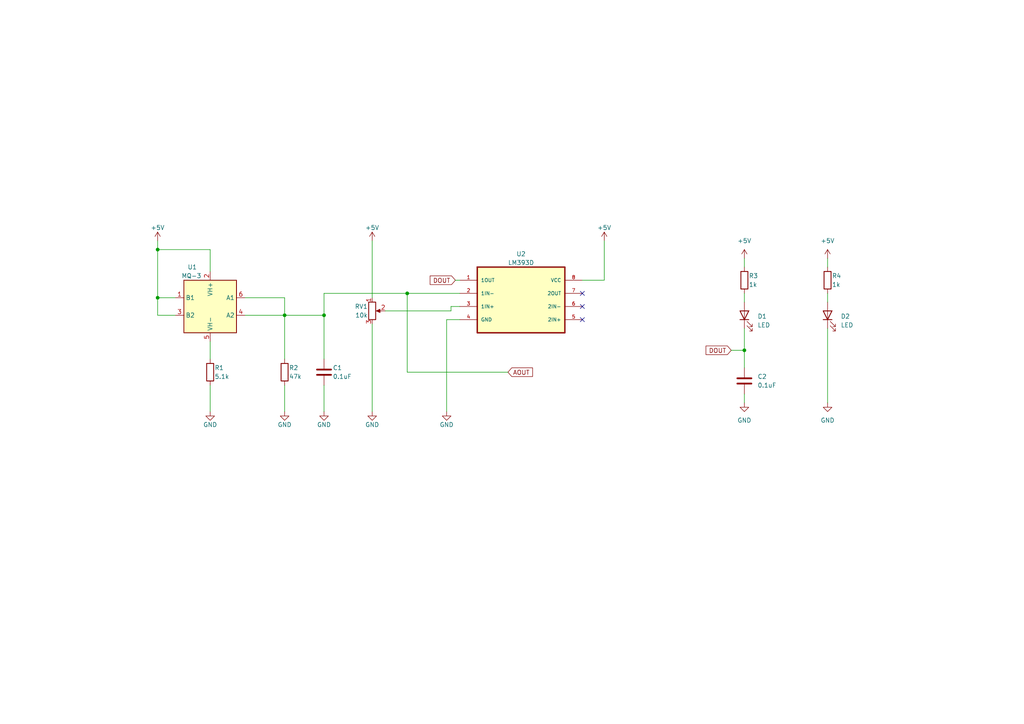
<source format=kicad_sch>
(kicad_sch (version 20230121) (generator eeschema)

  (uuid 30377e9d-c245-49cf-8f76-f609f8e20746)

  (paper "A4")

  (lib_symbols
    (symbol "Device:C" (pin_numbers hide) (pin_names (offset 0.254)) (in_bom yes) (on_board yes)
      (property "Reference" "C" (at 0.635 2.54 0)
        (effects (font (size 1.27 1.27)) (justify left))
      )
      (property "Value" "C" (at 0.635 -2.54 0)
        (effects (font (size 1.27 1.27)) (justify left))
      )
      (property "Footprint" "" (at 0.9652 -3.81 0)
        (effects (font (size 1.27 1.27)) hide)
      )
      (property "Datasheet" "~" (at 0 0 0)
        (effects (font (size 1.27 1.27)) hide)
      )
      (property "ki_keywords" "cap capacitor" (at 0 0 0)
        (effects (font (size 1.27 1.27)) hide)
      )
      (property "ki_description" "Unpolarized capacitor" (at 0 0 0)
        (effects (font (size 1.27 1.27)) hide)
      )
      (property "ki_fp_filters" "C_*" (at 0 0 0)
        (effects (font (size 1.27 1.27)) hide)
      )
      (symbol "C_0_1"
        (polyline
          (pts
            (xy -2.032 -0.762)
            (xy 2.032 -0.762)
          )
          (stroke (width 0.508) (type default))
          (fill (type none))
        )
        (polyline
          (pts
            (xy -2.032 0.762)
            (xy 2.032 0.762)
          )
          (stroke (width 0.508) (type default))
          (fill (type none))
        )
      )
      (symbol "C_1_1"
        (pin passive line (at 0 3.81 270) (length 2.794)
          (name "~" (effects (font (size 1.27 1.27))))
          (number "1" (effects (font (size 1.27 1.27))))
        )
        (pin passive line (at 0 -3.81 90) (length 2.794)
          (name "~" (effects (font (size 1.27 1.27))))
          (number "2" (effects (font (size 1.27 1.27))))
        )
      )
    )
    (symbol "Device:LED" (pin_numbers hide) (pin_names (offset 1.016) hide) (in_bom yes) (on_board yes)
      (property "Reference" "D" (at 0 2.54 0)
        (effects (font (size 1.27 1.27)))
      )
      (property "Value" "LED" (at 0 -2.54 0)
        (effects (font (size 1.27 1.27)))
      )
      (property "Footprint" "" (at 0 0 0)
        (effects (font (size 1.27 1.27)) hide)
      )
      (property "Datasheet" "~" (at 0 0 0)
        (effects (font (size 1.27 1.27)) hide)
      )
      (property "ki_keywords" "LED diode" (at 0 0 0)
        (effects (font (size 1.27 1.27)) hide)
      )
      (property "ki_description" "Light emitting diode" (at 0 0 0)
        (effects (font (size 1.27 1.27)) hide)
      )
      (property "ki_fp_filters" "LED* LED_SMD:* LED_THT:*" (at 0 0 0)
        (effects (font (size 1.27 1.27)) hide)
      )
      (symbol "LED_0_1"
        (polyline
          (pts
            (xy -1.27 -1.27)
            (xy -1.27 1.27)
          )
          (stroke (width 0.254) (type default))
          (fill (type none))
        )
        (polyline
          (pts
            (xy -1.27 0)
            (xy 1.27 0)
          )
          (stroke (width 0) (type default))
          (fill (type none))
        )
        (polyline
          (pts
            (xy 1.27 -1.27)
            (xy 1.27 1.27)
            (xy -1.27 0)
            (xy 1.27 -1.27)
          )
          (stroke (width 0.254) (type default))
          (fill (type none))
        )
        (polyline
          (pts
            (xy -3.048 -0.762)
            (xy -4.572 -2.286)
            (xy -3.81 -2.286)
            (xy -4.572 -2.286)
            (xy -4.572 -1.524)
          )
          (stroke (width 0) (type default))
          (fill (type none))
        )
        (polyline
          (pts
            (xy -1.778 -0.762)
            (xy -3.302 -2.286)
            (xy -2.54 -2.286)
            (xy -3.302 -2.286)
            (xy -3.302 -1.524)
          )
          (stroke (width 0) (type default))
          (fill (type none))
        )
      )
      (symbol "LED_1_1"
        (pin passive line (at -3.81 0 0) (length 2.54)
          (name "K" (effects (font (size 1.27 1.27))))
          (number "1" (effects (font (size 1.27 1.27))))
        )
        (pin passive line (at 3.81 0 180) (length 2.54)
          (name "A" (effects (font (size 1.27 1.27))))
          (number "2" (effects (font (size 1.27 1.27))))
        )
      )
    )
    (symbol "Device:R" (pin_numbers hide) (pin_names (offset 0)) (in_bom yes) (on_board yes)
      (property "Reference" "R" (at 2.032 0 90)
        (effects (font (size 1.27 1.27)))
      )
      (property "Value" "R" (at 0 0 90)
        (effects (font (size 1.27 1.27)))
      )
      (property "Footprint" "" (at -1.778 0 90)
        (effects (font (size 1.27 1.27)) hide)
      )
      (property "Datasheet" "~" (at 0 0 0)
        (effects (font (size 1.27 1.27)) hide)
      )
      (property "ki_keywords" "R res resistor" (at 0 0 0)
        (effects (font (size 1.27 1.27)) hide)
      )
      (property "ki_description" "Resistor" (at 0 0 0)
        (effects (font (size 1.27 1.27)) hide)
      )
      (property "ki_fp_filters" "R_*" (at 0 0 0)
        (effects (font (size 1.27 1.27)) hide)
      )
      (symbol "R_0_1"
        (rectangle (start -1.016 -2.54) (end 1.016 2.54)
          (stroke (width 0.254) (type default))
          (fill (type none))
        )
      )
      (symbol "R_1_1"
        (pin passive line (at 0 3.81 270) (length 1.27)
          (name "~" (effects (font (size 1.27 1.27))))
          (number "1" (effects (font (size 1.27 1.27))))
        )
        (pin passive line (at 0 -3.81 90) (length 1.27)
          (name "~" (effects (font (size 1.27 1.27))))
          (number "2" (effects (font (size 1.27 1.27))))
        )
      )
    )
    (symbol "Device:R_Potentiometer" (pin_names (offset 1.016) hide) (in_bom yes) (on_board yes)
      (property "Reference" "RV" (at -4.445 0 90)
        (effects (font (size 1.27 1.27)))
      )
      (property "Value" "R_Potentiometer" (at -2.54 0 90)
        (effects (font (size 1.27 1.27)))
      )
      (property "Footprint" "" (at 0 0 0)
        (effects (font (size 1.27 1.27)) hide)
      )
      (property "Datasheet" "~" (at 0 0 0)
        (effects (font (size 1.27 1.27)) hide)
      )
      (property "ki_keywords" "resistor variable" (at 0 0 0)
        (effects (font (size 1.27 1.27)) hide)
      )
      (property "ki_description" "Potentiometer" (at 0 0 0)
        (effects (font (size 1.27 1.27)) hide)
      )
      (property "ki_fp_filters" "Potentiometer*" (at 0 0 0)
        (effects (font (size 1.27 1.27)) hide)
      )
      (symbol "R_Potentiometer_0_1"
        (polyline
          (pts
            (xy 2.54 0)
            (xy 1.524 0)
          )
          (stroke (width 0) (type default))
          (fill (type none))
        )
        (polyline
          (pts
            (xy 1.143 0)
            (xy 2.286 0.508)
            (xy 2.286 -0.508)
            (xy 1.143 0)
          )
          (stroke (width 0) (type default))
          (fill (type outline))
        )
        (rectangle (start 1.016 2.54) (end -1.016 -2.54)
          (stroke (width 0.254) (type default))
          (fill (type none))
        )
      )
      (symbol "R_Potentiometer_1_1"
        (pin passive line (at 0 3.81 270) (length 1.27)
          (name "1" (effects (font (size 1.27 1.27))))
          (number "1" (effects (font (size 1.27 1.27))))
        )
        (pin passive line (at 3.81 0 180) (length 1.27)
          (name "2" (effects (font (size 1.27 1.27))))
          (number "2" (effects (font (size 1.27 1.27))))
        )
        (pin passive line (at 0 -3.81 90) (length 1.27)
          (name "3" (effects (font (size 1.27 1.27))))
          (number "3" (effects (font (size 1.27 1.27))))
        )
      )
    )
    (symbol "LM393D:LM393D" (pin_names (offset 1.016)) (in_bom yes) (on_board yes)
      (property "Reference" "U1" (at 0 16.51 0)
        (effects (font (size 1.27 1.27)))
      )
      (property "Value" "LM393D" (at 0 13.97 0)
        (effects (font (size 1.27 1.27)))
      )
      (property "Footprint" "SOIC127P599X175-8N" (at 0 0 0) (do_not_autoplace)
        (effects (font (size 1.27 1.27)) (justify bottom) hide)
      )
      (property "Datasheet" "" (at 0 0 0)
        (effects (font (size 1.27 1.27)) hide)
      )
      (symbol "LM393D_0_0"
        (rectangle (start -12.7 12.7) (end 12.7 -6.35)
          (stroke (width 0.41) (type default))
          (fill (type background))
        )
        (pin output line (at -17.78 8.89 0) (length 5.08)
          (name "1OUT" (effects (font (size 1.016 1.016))))
          (number "1" (effects (font (size 1.016 1.016))))
        )
        (pin input line (at -17.78 5.08 0) (length 5.08)
          (name "1IN-" (effects (font (size 1.016 1.016))))
          (number "2" (effects (font (size 1.016 1.016))))
        )
        (pin input line (at -17.78 1.27 0) (length 5.08)
          (name "1IN+" (effects (font (size 1.016 1.016))))
          (number "3" (effects (font (size 1.016 1.016))))
        )
        (pin power_in line (at -17.78 -2.54 0) (length 5.08)
          (name "GND" (effects (font (size 1.016 1.016))))
          (number "4" (effects (font (size 1.016 1.016))))
        )
        (pin input line (at 17.78 -2.54 180) (length 5.08)
          (name "2IN+" (effects (font (size 1.016 1.016))))
          (number "5" (effects (font (size 1.016 1.016))))
        )
        (pin input line (at 17.78 1.27 180) (length 5.08)
          (name "2IN-" (effects (font (size 1.016 1.016))))
          (number "6" (effects (font (size 1.016 1.016))))
        )
        (pin output line (at 17.78 5.08 180) (length 5.08)
          (name "2OUT" (effects (font (size 1.016 1.016))))
          (number "7" (effects (font (size 1.016 1.016))))
        )
        (pin power_in line (at 17.78 8.89 180) (length 5.08)
          (name "VCC" (effects (font (size 1.016 1.016))))
          (number "8" (effects (font (size 1.016 1.016))))
        )
      )
    )
    (symbol "Sensor_Gas:MQ-6" (in_bom yes) (on_board yes)
      (property "Reference" "U" (at -6.35 8.89 0)
        (effects (font (size 1.27 1.27)))
      )
      (property "Value" "MQ-6" (at 3.81 8.89 0)
        (effects (font (size 1.27 1.27)))
      )
      (property "Footprint" "Sensor:MQ-6" (at 1.27 -11.43 0)
        (effects (font (size 1.27 1.27)) hide)
      )
      (property "Datasheet" "https://www.winsen-sensor.com/d/files/semiconductor/mq-6.pdf" (at 0 6.35 0)
        (effects (font (size 1.27 1.27)) hide)
      )
      (property "ki_keywords" "flammable gas sensor LPG" (at 0 0 0)
        (effects (font (size 1.27 1.27)) hide)
      )
      (property "ki_description" "Semiconductor Sensor for Flammable Gas" (at 0 0 0)
        (effects (font (size 1.27 1.27)) hide)
      )
      (property "ki_fp_filters" "*MQ*6*" (at 0 0 0)
        (effects (font (size 1.27 1.27)) hide)
      )
      (symbol "MQ-6_0_1"
        (rectangle (start -7.62 7.62) (end 7.62 -7.62)
          (stroke (width 0.254) (type default))
          (fill (type background))
        )
      )
      (symbol "MQ-6_1_1"
        (pin passive line (at 10.16 2.54 180) (length 2.54)
          (name "B1" (effects (font (size 1.27 1.27))))
          (number "1" (effects (font (size 1.27 1.27))))
        )
        (pin power_in line (at 0 10.16 270) (length 2.54)
          (name "VH+" (effects (font (size 1.27 1.27))))
          (number "2" (effects (font (size 1.27 1.27))))
        )
        (pin passive line (at 10.16 -2.54 180) (length 2.54)
          (name "B2" (effects (font (size 1.27 1.27))))
          (number "3" (effects (font (size 1.27 1.27))))
        )
        (pin passive line (at -10.16 -2.54 0) (length 2.54)
          (name "A2" (effects (font (size 1.27 1.27))))
          (number "4" (effects (font (size 1.27 1.27))))
        )
        (pin power_in line (at 0 -10.16 90) (length 2.54)
          (name "VH-" (effects (font (size 1.27 1.27))))
          (number "5" (effects (font (size 1.27 1.27))))
        )
        (pin passive line (at -10.16 2.54 0) (length 2.54)
          (name "A1" (effects (font (size 1.27 1.27))))
          (number "6" (effects (font (size 1.27 1.27))))
        )
      )
    )
    (symbol "power:+5V" (power) (pin_names (offset 0)) (in_bom yes) (on_board yes)
      (property "Reference" "#PWR" (at 0 -3.81 0)
        (effects (font (size 1.27 1.27)) hide)
      )
      (property "Value" "+5V" (at 0 3.556 0)
        (effects (font (size 1.27 1.27)))
      )
      (property "Footprint" "" (at 0 0 0)
        (effects (font (size 1.27 1.27)) hide)
      )
      (property "Datasheet" "" (at 0 0 0)
        (effects (font (size 1.27 1.27)) hide)
      )
      (property "ki_keywords" "global power" (at 0 0 0)
        (effects (font (size 1.27 1.27)) hide)
      )
      (property "ki_description" "Power symbol creates a global label with name \"+5V\"" (at 0 0 0)
        (effects (font (size 1.27 1.27)) hide)
      )
      (symbol "+5V_0_1"
        (polyline
          (pts
            (xy -0.762 1.27)
            (xy 0 2.54)
          )
          (stroke (width 0) (type default))
          (fill (type none))
        )
        (polyline
          (pts
            (xy 0 0)
            (xy 0 2.54)
          )
          (stroke (width 0) (type default))
          (fill (type none))
        )
        (polyline
          (pts
            (xy 0 2.54)
            (xy 0.762 1.27)
          )
          (stroke (width 0) (type default))
          (fill (type none))
        )
      )
      (symbol "+5V_1_1"
        (pin power_in line (at 0 0 90) (length 0) hide
          (name "+5V" (effects (font (size 1.27 1.27))))
          (number "1" (effects (font (size 1.27 1.27))))
        )
      )
    )
    (symbol "power:GND" (power) (pin_names (offset 0)) (in_bom yes) (on_board yes)
      (property "Reference" "#PWR" (at 0 -6.35 0)
        (effects (font (size 1.27 1.27)) hide)
      )
      (property "Value" "GND" (at 0 -3.81 0)
        (effects (font (size 1.27 1.27)))
      )
      (property "Footprint" "" (at 0 0 0)
        (effects (font (size 1.27 1.27)) hide)
      )
      (property "Datasheet" "" (at 0 0 0)
        (effects (font (size 1.27 1.27)) hide)
      )
      (property "ki_keywords" "global power" (at 0 0 0)
        (effects (font (size 1.27 1.27)) hide)
      )
      (property "ki_description" "Power symbol creates a global label with name \"GND\" , ground" (at 0 0 0)
        (effects (font (size 1.27 1.27)) hide)
      )
      (symbol "GND_0_1"
        (polyline
          (pts
            (xy 0 0)
            (xy 0 -1.27)
            (xy 1.27 -1.27)
            (xy 0 -2.54)
            (xy -1.27 -1.27)
            (xy 0 -1.27)
          )
          (stroke (width 0) (type default))
          (fill (type none))
        )
      )
      (symbol "GND_1_1"
        (pin power_in line (at 0 0 270) (length 0) hide
          (name "GND" (effects (font (size 1.27 1.27))))
          (number "1" (effects (font (size 1.27 1.27))))
        )
      )
    )
  )

  (junction (at 93.98 91.44) (diameter 0) (color 0 0 0 0)
    (uuid 36da4c57-b3ae-41ff-bcec-77cd6d6e2415)
  )
  (junction (at 215.9 101.6) (diameter 0) (color 0 0 0 0)
    (uuid 49670c37-e41e-4de2-8a5d-d0fdd7024265)
  )
  (junction (at 82.55 91.44) (diameter 0) (color 0 0 0 0)
    (uuid 8d91aef0-52d8-47c5-8215-73db4f9a6f1d)
  )
  (junction (at 45.72 86.36) (diameter 0) (color 0 0 0 0)
    (uuid 9b337cdd-d04a-487b-9698-a8233bfbcb18)
  )
  (junction (at 45.72 72.39) (diameter 0) (color 0 0 0 0)
    (uuid a285df8a-5b11-4f27-9cdc-e1031e8f36ad)
  )
  (junction (at 118.11 85.09) (diameter 0) (color 0 0 0 0)
    (uuid e4fa046d-0240-4f05-bd7a-077c723575d1)
  )

  (no_connect (at 168.91 88.9) (uuid bc8de0ce-af55-43a7-bc43-a902f97085ee))
  (no_connect (at 168.91 92.71) (uuid f10a4e01-b392-4ad0-ab44-5328ce64f699))
  (no_connect (at 168.91 85.09) (uuid fb1df0ad-69d7-421f-969f-7c34f14c62ca))

  (wire (pts (xy 93.98 85.09) (xy 93.98 91.44))
    (stroke (width 0) (type default))
    (uuid 0c3b4f48-68b4-4aac-94b0-4472b4e4d8fd)
  )
  (wire (pts (xy 45.72 86.36) (xy 50.8 86.36))
    (stroke (width 0) (type default))
    (uuid 114dfc99-669e-44b7-8abf-534f7a70bcee)
  )
  (wire (pts (xy 82.55 91.44) (xy 93.98 91.44))
    (stroke (width 0) (type default))
    (uuid 15780f01-de56-4f96-a1e9-b35e7936b9e2)
  )
  (wire (pts (xy 60.96 111.76) (xy 60.96 119.38))
    (stroke (width 0) (type default))
    (uuid 251b50b7-0487-401c-9e1f-ca1f2454b232)
  )
  (wire (pts (xy 130.81 90.17) (xy 111.76 90.17))
    (stroke (width 0) (type default))
    (uuid 31272311-75c8-4476-b84d-fa076a3399df)
  )
  (wire (pts (xy 60.96 72.39) (xy 60.96 78.74))
    (stroke (width 0) (type default))
    (uuid 3ab87149-83b1-4135-a259-287fc1481b2c)
  )
  (wire (pts (xy 132.08 81.28) (xy 133.35 81.28))
    (stroke (width 0) (type default))
    (uuid 3d8961a2-8070-4469-a66c-d3678dad4bde)
  )
  (wire (pts (xy 240.03 74.93) (xy 240.03 77.47))
    (stroke (width 0) (type default))
    (uuid 3e3d34cc-9849-498d-aecb-fa667ced6a08)
  )
  (wire (pts (xy 215.9 95.25) (xy 215.9 101.6))
    (stroke (width 0) (type default))
    (uuid 3fb2db86-6332-44b2-b7b2-f6f095c46111)
  )
  (wire (pts (xy 215.9 114.3) (xy 215.9 116.84))
    (stroke (width 0) (type default))
    (uuid 48b3703b-a15d-4098-b49b-8d4f4d025ea8)
  )
  (wire (pts (xy 82.55 86.36) (xy 82.55 91.44))
    (stroke (width 0) (type default))
    (uuid 62b364bc-c1c3-4ea2-b35b-410d6a17dc85)
  )
  (wire (pts (xy 118.11 107.95) (xy 147.32 107.95))
    (stroke (width 0) (type default))
    (uuid 6692f268-ab52-41c6-8e44-28e4e9576741)
  )
  (wire (pts (xy 118.11 85.09) (xy 133.35 85.09))
    (stroke (width 0) (type default))
    (uuid 6e4c44c8-f025-41a3-941a-34bd3b1ae3f3)
  )
  (wire (pts (xy 45.72 86.36) (xy 45.72 72.39))
    (stroke (width 0) (type default))
    (uuid 73508473-0c1c-4efa-b556-38336a38b162)
  )
  (wire (pts (xy 107.95 93.98) (xy 107.95 119.38))
    (stroke (width 0) (type default))
    (uuid 7793e3aa-9a4a-4d97-b2a4-5d185eda59f1)
  )
  (wire (pts (xy 82.55 91.44) (xy 82.55 104.14))
    (stroke (width 0) (type default))
    (uuid 7f0aa16d-17c5-4eb1-ad61-78305941b24c)
  )
  (wire (pts (xy 93.98 91.44) (xy 93.98 104.14))
    (stroke (width 0) (type default))
    (uuid 81ea8dbb-130e-4c63-b93c-9f8463010390)
  )
  (wire (pts (xy 45.72 69.85) (xy 45.72 72.39))
    (stroke (width 0) (type default))
    (uuid 837b6b3c-2f20-402e-b1b1-29c831b67bfc)
  )
  (wire (pts (xy 130.81 88.9) (xy 130.81 90.17))
    (stroke (width 0) (type default))
    (uuid 965beb17-d98c-4fc0-b160-bc727b2c9c0a)
  )
  (wire (pts (xy 212.09 101.6) (xy 215.9 101.6))
    (stroke (width 0) (type default))
    (uuid 99d3848c-7451-4f69-9a72-0df5bf2099b5)
  )
  (wire (pts (xy 93.98 111.76) (xy 93.98 119.38))
    (stroke (width 0) (type default))
    (uuid 9addf5aa-060f-4a79-b685-e8949e88c31d)
  )
  (wire (pts (xy 45.72 72.39) (xy 60.96 72.39))
    (stroke (width 0) (type default))
    (uuid a2dd0c69-e43a-46c4-9660-433bbcca90db)
  )
  (wire (pts (xy 175.26 69.85) (xy 175.26 81.28))
    (stroke (width 0) (type default))
    (uuid aa5d4044-96d1-4019-89fb-131afb480220)
  )
  (wire (pts (xy 130.81 88.9) (xy 133.35 88.9))
    (stroke (width 0) (type default))
    (uuid ab7d8691-574c-4048-947e-a873e07d8bd4)
  )
  (wire (pts (xy 107.95 69.85) (xy 107.95 86.36))
    (stroke (width 0) (type default))
    (uuid af8a5464-e04f-4ff4-9160-b96d65c5b354)
  )
  (wire (pts (xy 215.9 101.6) (xy 215.9 106.68))
    (stroke (width 0) (type default))
    (uuid b3e19beb-bb88-4b9a-ab1e-36f111b6281d)
  )
  (wire (pts (xy 45.72 91.44) (xy 45.72 86.36))
    (stroke (width 0) (type default))
    (uuid b7c69e3c-f666-40e8-9c9b-21fc58660ad8)
  )
  (wire (pts (xy 175.26 81.28) (xy 168.91 81.28))
    (stroke (width 0) (type default))
    (uuid b9b7d05c-82ff-4ab7-bbea-91abc175d29f)
  )
  (wire (pts (xy 215.9 85.09) (xy 215.9 87.63))
    (stroke (width 0) (type default))
    (uuid b9ce7609-c0e3-4a7e-ac38-ea03c2b9856c)
  )
  (wire (pts (xy 118.11 85.09) (xy 118.11 107.95))
    (stroke (width 0) (type default))
    (uuid bca375bf-1129-4b06-8343-f5d9712ad20b)
  )
  (wire (pts (xy 71.12 86.36) (xy 82.55 86.36))
    (stroke (width 0) (type default))
    (uuid c62cb02d-1b8a-4ad6-890c-3fbd150e380d)
  )
  (wire (pts (xy 60.96 99.06) (xy 60.96 104.14))
    (stroke (width 0) (type default))
    (uuid c6a58af9-86b5-456a-9585-c1a3e65f6f47)
  )
  (wire (pts (xy 215.9 74.93) (xy 215.9 77.47))
    (stroke (width 0) (type default))
    (uuid cd647d57-53a9-4984-84ff-834ca480d888)
  )
  (wire (pts (xy 240.03 95.25) (xy 240.03 116.84))
    (stroke (width 0) (type default))
    (uuid cf94c858-c58b-4ec2-9dec-b20a2419cf77)
  )
  (wire (pts (xy 82.55 111.76) (xy 82.55 119.38))
    (stroke (width 0) (type default))
    (uuid de81ee4b-03aa-45c3-b180-08698a6b31b8)
  )
  (wire (pts (xy 71.12 91.44) (xy 82.55 91.44))
    (stroke (width 0) (type default))
    (uuid e03c8eec-d385-4c66-a639-221c2841f90b)
  )
  (wire (pts (xy 129.54 92.71) (xy 133.35 92.71))
    (stroke (width 0) (type default))
    (uuid e4fbded4-ce2b-4b02-8949-fb6ed67bf46a)
  )
  (wire (pts (xy 240.03 85.09) (xy 240.03 87.63))
    (stroke (width 0) (type default))
    (uuid e5b0975d-73d7-4237-bf27-69afb9cb39da)
  )
  (wire (pts (xy 129.54 119.38) (xy 129.54 92.71))
    (stroke (width 0) (type default))
    (uuid e601987c-35a6-4de2-8980-35106f8a5d6d)
  )
  (wire (pts (xy 93.98 85.09) (xy 118.11 85.09))
    (stroke (width 0) (type default))
    (uuid e8af7227-f410-4b88-91c4-7cb7485b25e3)
  )
  (wire (pts (xy 50.8 91.44) (xy 45.72 91.44))
    (stroke (width 0) (type default))
    (uuid ec5a0cf0-9b55-4118-b350-b7c6c00c0c6c)
  )

  (global_label "DOUT" (shape input) (at 132.08 81.28 180) (fields_autoplaced)
    (effects (font (size 1.27 1.27)) (justify right))
    (uuid 082d18cd-7538-46db-8e3c-e4f05809e614)
    (property "Intersheetrefs" "${INTERSHEET_REFS}" (at 124.1962 81.28 0)
      (effects (font (size 1.27 1.27)) (justify right) hide)
    )
  )
  (global_label "AOUT" (shape input) (at 147.32 107.95 0) (fields_autoplaced)
    (effects (font (size 1.27 1.27)) (justify left))
    (uuid 4d76dc79-7d81-488c-b310-f49caa717863)
    (property "Intersheetrefs" "${INTERSHEET_REFS}" (at 155.0224 107.95 0)
      (effects (font (size 1.27 1.27)) (justify left) hide)
    )
  )
  (global_label "DOUT" (shape input) (at 212.09 101.6 180) (fields_autoplaced)
    (effects (font (size 1.27 1.27)) (justify right))
    (uuid 85774452-1542-4495-903b-43e775f4f897)
    (property "Intersheetrefs" "${INTERSHEET_REFS}" (at 204.2062 101.6 0)
      (effects (font (size 1.27 1.27)) (justify right) hide)
    )
  )

  (symbol (lib_id "power:GND") (at 129.54 119.38 0) (unit 1)
    (in_bom yes) (on_board yes) (dnp no)
    (uuid 05413304-4cf9-48af-9563-8f969b834c7a)
    (property "Reference" "#PWR07" (at 129.54 125.73 0)
      (effects (font (size 1.27 1.27)) hide)
    )
    (property "Value" "GND" (at 129.54 123.19 0)
      (effects (font (size 1.27 1.27)))
    )
    (property "Footprint" "" (at 129.54 119.38 0)
      (effects (font (size 1.27 1.27)) hide)
    )
    (property "Datasheet" "" (at 129.54 119.38 0)
      (effects (font (size 1.27 1.27)) hide)
    )
    (pin "1" (uuid 970a8743-52ca-4810-952d-283fde6a4124))
    (instances
      (project "0030_Alcohol_Module_MQ-3"
        (path "/30377e9d-c245-49cf-8f76-f609f8e20746"
          (reference "#PWR07") (unit 1)
        )
      )
      (project "0023_Gas_Module_MQ-5"
        (path "/43a67b61-6c21-4f7d-9419-7061b9e8d552"
          (reference "#PWR05") (unit 1)
        )
      )
      (project "30_Alcohol_Module_MQ-3"
        (path "/53c8585e-7a24-425b-aa5e-c859cd7eb19b"
          (reference "#PWR07") (unit 1)
        )
      )
    )
  )

  (symbol (lib_id "power:GND") (at 82.55 119.38 0) (unit 1)
    (in_bom yes) (on_board yes) (dnp no)
    (uuid 1068c3bf-27b9-484a-9e08-cbf99931a422)
    (property "Reference" "#PWR03" (at 82.55 125.73 0)
      (effects (font (size 1.27 1.27)) hide)
    )
    (property "Value" "GND" (at 82.55 123.19 0)
      (effects (font (size 1.27 1.27)))
    )
    (property "Footprint" "" (at 82.55 119.38 0)
      (effects (font (size 1.27 1.27)) hide)
    )
    (property "Datasheet" "" (at 82.55 119.38 0)
      (effects (font (size 1.27 1.27)) hide)
    )
    (pin "1" (uuid 3f077cda-5966-4f71-8d3a-acdc1b96eee7))
    (instances
      (project "0030_Alcohol_Module_MQ-3"
        (path "/30377e9d-c245-49cf-8f76-f609f8e20746"
          (reference "#PWR03") (unit 1)
        )
      )
      (project "0023_Gas_Module_MQ-5"
        (path "/43a67b61-6c21-4f7d-9419-7061b9e8d552"
          (reference "#PWR03") (unit 1)
        )
      )
      (project "30_Alcohol_Module_MQ-3"
        (path "/53c8585e-7a24-425b-aa5e-c859cd7eb19b"
          (reference "#PWR03") (unit 1)
        )
      )
    )
  )

  (symbol (lib_id "power:+5V") (at 215.9 74.93 0) (unit 1)
    (in_bom yes) (on_board yes) (dnp no) (fields_autoplaced)
    (uuid 1300f659-1ae0-4a00-9eb1-321545d79832)
    (property "Reference" "#PWR09" (at 215.9 78.74 0)
      (effects (font (size 1.27 1.27)) hide)
    )
    (property "Value" "+5V" (at 215.9 69.85 0)
      (effects (font (size 1.27 1.27)))
    )
    (property "Footprint" "" (at 215.9 74.93 0)
      (effects (font (size 1.27 1.27)) hide)
    )
    (property "Datasheet" "" (at 215.9 74.93 0)
      (effects (font (size 1.27 1.27)) hide)
    )
    (pin "1" (uuid 24fde319-ae8b-441d-8e88-b89c59a42815))
    (instances
      (project "0030_Alcohol_Module_MQ-3"
        (path "/30377e9d-c245-49cf-8f76-f609f8e20746"
          (reference "#PWR09") (unit 1)
        )
      )
      (project "0023_Gas_Module_MQ-5"
        (path "/43a67b61-6c21-4f7d-9419-7061b9e8d552"
          (reference "#PWR07") (unit 1)
        )
      )
      (project "30_Alcohol_Module_MQ-3"
        (path "/53c8585e-7a24-425b-aa5e-c859cd7eb19b"
          (reference "#PWR09") (unit 1)
        )
      )
    )
  )

  (symbol (lib_id "Device:C") (at 93.98 107.95 0) (unit 1)
    (in_bom yes) (on_board yes) (dnp no)
    (uuid 1a74444d-07a6-4f2c-a7ae-802f3b5767a4)
    (property "Reference" "C1" (at 96.52 106.68 0)
      (effects (font (size 1.27 1.27)) (justify left))
    )
    (property "Value" "0.1uF" (at 96.52 109.22 0)
      (effects (font (size 1.27 1.27)) (justify left))
    )
    (property "Footprint" "" (at 94.9452 111.76 0)
      (effects (font (size 1.27 1.27)) hide)
    )
    (property "Datasheet" "~" (at 93.98 107.95 0)
      (effects (font (size 1.27 1.27)) hide)
    )
    (pin "1" (uuid 047d694e-3e2d-4c9d-b02e-ab473a37a4d6))
    (pin "2" (uuid d1d3dce0-5316-4a9b-adce-29db6bfde688))
    (instances
      (project "0030_Alcohol_Module_MQ-3"
        (path "/30377e9d-c245-49cf-8f76-f609f8e20746"
          (reference "C1") (unit 1)
        )
      )
      (project "0023_Gas_Module_MQ-5"
        (path "/43a67b61-6c21-4f7d-9419-7061b9e8d552"
          (reference "C1") (unit 1)
        )
      )
      (project "30_Alcohol_Module_MQ-3"
        (path "/53c8585e-7a24-425b-aa5e-c859cd7eb19b"
          (reference "C1") (unit 1)
        )
      )
    )
  )

  (symbol (lib_id "power:+5V") (at 175.26 69.85 0) (unit 1)
    (in_bom yes) (on_board yes) (dnp no)
    (uuid 25b12622-747a-4aee-8bbd-fcfd5a81211c)
    (property "Reference" "#PWR08" (at 175.26 73.66 0)
      (effects (font (size 1.27 1.27)) hide)
    )
    (property "Value" "+5V" (at 175.26 66.04 0)
      (effects (font (size 1.27 1.27)))
    )
    (property "Footprint" "" (at 175.26 69.85 0)
      (effects (font (size 1.27 1.27)) hide)
    )
    (property "Datasheet" "" (at 175.26 69.85 0)
      (effects (font (size 1.27 1.27)) hide)
    )
    (pin "1" (uuid e00f25a9-51e5-4105-9a4e-7c33411a0138))
    (instances
      (project "0030_Alcohol_Module_MQ-3"
        (path "/30377e9d-c245-49cf-8f76-f609f8e20746"
          (reference "#PWR08") (unit 1)
        )
      )
      (project "0023_Gas_Module_MQ-5"
        (path "/43a67b61-6c21-4f7d-9419-7061b9e8d552"
          (reference "#PWR06") (unit 1)
        )
      )
      (project "30_Alcohol_Module_MQ-3"
        (path "/53c8585e-7a24-425b-aa5e-c859cd7eb19b"
          (reference "#PWR08") (unit 1)
        )
      )
    )
  )

  (symbol (lib_id "Device:R_Potentiometer") (at 107.95 90.17 0) (unit 1)
    (in_bom yes) (on_board yes) (dnp no)
    (uuid 287c3752-a565-4e24-a71e-f70cf4080098)
    (property "Reference" "RV1" (at 106.68 88.9 0)
      (effects (font (size 1.27 1.27)) (justify right))
    )
    (property "Value" "10k" (at 106.68 91.44 0)
      (effects (font (size 1.27 1.27)) (justify right))
    )
    (property "Footprint" "" (at 107.95 90.17 0)
      (effects (font (size 1.27 1.27)) hide)
    )
    (property "Datasheet" "~" (at 107.95 90.17 0)
      (effects (font (size 1.27 1.27)) hide)
    )
    (pin "1" (uuid 36709bad-ed8b-4a07-aa16-23f502f0d6ca))
    (pin "2" (uuid 952853d8-11d9-4cb2-b5cf-8a4fcae0499a))
    (pin "3" (uuid 05700b61-7f9d-4330-82c6-f1e1e23fa2bc))
    (instances
      (project "0030_Alcohol_Module_MQ-3"
        (path "/30377e9d-c245-49cf-8f76-f609f8e20746"
          (reference "RV1") (unit 1)
        )
      )
      (project "0023_Gas_Module_MQ-5"
        (path "/43a67b61-6c21-4f7d-9419-7061b9e8d552"
          (reference "RV1") (unit 1)
        )
      )
      (project "30_Alcohol_Module_MQ-3"
        (path "/53c8585e-7a24-425b-aa5e-c859cd7eb19b"
          (reference "RV1") (unit 1)
        )
      )
    )
  )

  (symbol (lib_id "power:GND") (at 107.95 119.38 0) (unit 1)
    (in_bom yes) (on_board yes) (dnp no)
    (uuid 3d6e9ad6-1520-4301-b0c4-4cc89c9c5da8)
    (property "Reference" "#PWR06" (at 107.95 125.73 0)
      (effects (font (size 1.27 1.27)) hide)
    )
    (property "Value" "GND" (at 107.95 123.19 0)
      (effects (font (size 1.27 1.27)))
    )
    (property "Footprint" "" (at 107.95 119.38 0)
      (effects (font (size 1.27 1.27)) hide)
    )
    (property "Datasheet" "" (at 107.95 119.38 0)
      (effects (font (size 1.27 1.27)) hide)
    )
    (pin "1" (uuid 304dfeeb-76dd-41c3-adb2-6843835cc34b))
    (instances
      (project "0030_Alcohol_Module_MQ-3"
        (path "/30377e9d-c245-49cf-8f76-f609f8e20746"
          (reference "#PWR06") (unit 1)
        )
      )
      (project "0023_Gas_Module_MQ-5"
        (path "/43a67b61-6c21-4f7d-9419-7061b9e8d552"
          (reference "#PWR012") (unit 1)
        )
      )
      (project "30_Alcohol_Module_MQ-3"
        (path "/53c8585e-7a24-425b-aa5e-c859cd7eb19b"
          (reference "#PWR06") (unit 1)
        )
      )
    )
  )

  (symbol (lib_id "power:+5V") (at 45.72 69.85 0) (unit 1)
    (in_bom yes) (on_board yes) (dnp no)
    (uuid 473573d2-1527-4d75-9288-cc0d5a098f87)
    (property "Reference" "#PWR01" (at 45.72 73.66 0)
      (effects (font (size 1.27 1.27)) hide)
    )
    (property "Value" "+5V" (at 45.72 66.04 0)
      (effects (font (size 1.27 1.27)))
    )
    (property "Footprint" "" (at 45.72 69.85 0)
      (effects (font (size 1.27 1.27)) hide)
    )
    (property "Datasheet" "" (at 45.72 69.85 0)
      (effects (font (size 1.27 1.27)) hide)
    )
    (pin "1" (uuid f49214b6-6753-4e8f-84d0-150a235e6e63))
    (instances
      (project "0030_Alcohol_Module_MQ-3"
        (path "/30377e9d-c245-49cf-8f76-f609f8e20746"
          (reference "#PWR01") (unit 1)
        )
      )
      (project "0023_Gas_Module_MQ-5"
        (path "/43a67b61-6c21-4f7d-9419-7061b9e8d552"
          (reference "#PWR011") (unit 1)
        )
      )
      (project "30_Alcohol_Module_MQ-3"
        (path "/53c8585e-7a24-425b-aa5e-c859cd7eb19b"
          (reference "#PWR01") (unit 1)
        )
      )
    )
  )

  (symbol (lib_id "Device:R") (at 60.96 107.95 0) (unit 1)
    (in_bom yes) (on_board yes) (dnp no)
    (uuid 57babdda-3ff2-495a-b949-0d69d03f7010)
    (property "Reference" "R1" (at 62.23 106.68 0)
      (effects (font (size 1.27 1.27)) (justify left))
    )
    (property "Value" "5.1k" (at 62.23 109.22 0)
      (effects (font (size 1.27 1.27)) (justify left))
    )
    (property "Footprint" "" (at 59.182 107.95 90)
      (effects (font (size 1.27 1.27)) hide)
    )
    (property "Datasheet" "~" (at 60.96 107.95 0)
      (effects (font (size 1.27 1.27)) hide)
    )
    (pin "1" (uuid 83a0fc82-48b0-4ffe-a475-9ed32199377a))
    (pin "2" (uuid 35cf3932-44fe-4b7c-b72c-1a9086b8ee78))
    (instances
      (project "0030_Alcohol_Module_MQ-3"
        (path "/30377e9d-c245-49cf-8f76-f609f8e20746"
          (reference "R1") (unit 1)
        )
      )
      (project "0023_Gas_Module_MQ-5"
        (path "/43a67b61-6c21-4f7d-9419-7061b9e8d552"
          (reference "R1") (unit 1)
        )
      )
      (project "30_Alcohol_Module_MQ-3"
        (path "/53c8585e-7a24-425b-aa5e-c859cd7eb19b"
          (reference "R1") (unit 1)
        )
      )
    )
  )

  (symbol (lib_id "power:GND") (at 93.98 119.38 0) (unit 1)
    (in_bom yes) (on_board yes) (dnp no)
    (uuid 5ddafe69-a11e-4824-947a-8fbe553ff65e)
    (property "Reference" "#PWR04" (at 93.98 125.73 0)
      (effects (font (size 1.27 1.27)) hide)
    )
    (property "Value" "GND" (at 93.98 123.19 0)
      (effects (font (size 1.27 1.27)))
    )
    (property "Footprint" "" (at 93.98 119.38 0)
      (effects (font (size 1.27 1.27)) hide)
    )
    (property "Datasheet" "" (at 93.98 119.38 0)
      (effects (font (size 1.27 1.27)) hide)
    )
    (pin "1" (uuid 8c4d5144-621c-46cc-9695-60befc209807))
    (instances
      (project "0030_Alcohol_Module_MQ-3"
        (path "/30377e9d-c245-49cf-8f76-f609f8e20746"
          (reference "#PWR04") (unit 1)
        )
      )
      (project "0023_Gas_Module_MQ-5"
        (path "/43a67b61-6c21-4f7d-9419-7061b9e8d552"
          (reference "#PWR04") (unit 1)
        )
      )
      (project "30_Alcohol_Module_MQ-3"
        (path "/53c8585e-7a24-425b-aa5e-c859cd7eb19b"
          (reference "#PWR04") (unit 1)
        )
      )
    )
  )

  (symbol (lib_id "power:GND") (at 60.96 119.38 0) (unit 1)
    (in_bom yes) (on_board yes) (dnp no)
    (uuid 612ef42b-1cd7-4b2b-8453-0bd07aa57098)
    (property "Reference" "#PWR02" (at 60.96 125.73 0)
      (effects (font (size 1.27 1.27)) hide)
    )
    (property "Value" "GND" (at 60.96 123.19 0)
      (effects (font (size 1.27 1.27)))
    )
    (property "Footprint" "" (at 60.96 119.38 0)
      (effects (font (size 1.27 1.27)) hide)
    )
    (property "Datasheet" "" (at 60.96 119.38 0)
      (effects (font (size 1.27 1.27)) hide)
    )
    (pin "1" (uuid ab14e903-23ee-4dbc-9419-2dd6eae97872))
    (instances
      (project "0030_Alcohol_Module_MQ-3"
        (path "/30377e9d-c245-49cf-8f76-f609f8e20746"
          (reference "#PWR02") (unit 1)
        )
      )
      (project "0023_Gas_Module_MQ-5"
        (path "/43a67b61-6c21-4f7d-9419-7061b9e8d552"
          (reference "#PWR01") (unit 1)
        )
      )
      (project "30_Alcohol_Module_MQ-3"
        (path "/53c8585e-7a24-425b-aa5e-c859cd7eb19b"
          (reference "#PWR02") (unit 1)
        )
      )
    )
  )

  (symbol (lib_id "Device:R") (at 240.03 81.28 0) (unit 1)
    (in_bom yes) (on_board yes) (dnp no)
    (uuid 815c5e4d-03a9-4800-b36f-a81e89767709)
    (property "Reference" "R4" (at 241.3 80.01 0)
      (effects (font (size 1.27 1.27)) (justify left))
    )
    (property "Value" "1k" (at 241.3 82.55 0)
      (effects (font (size 1.27 1.27)) (justify left))
    )
    (property "Footprint" "" (at 238.252 81.28 90)
      (effects (font (size 1.27 1.27)) hide)
    )
    (property "Datasheet" "~" (at 240.03 81.28 0)
      (effects (font (size 1.27 1.27)) hide)
    )
    (pin "1" (uuid a93c6506-fca7-41d7-bdea-daddf7341126))
    (pin "2" (uuid 1e2ae239-aeba-44a3-85f1-b21484f1f662))
    (instances
      (project "0030_Alcohol_Module_MQ-3"
        (path "/30377e9d-c245-49cf-8f76-f609f8e20746"
          (reference "R4") (unit 1)
        )
      )
      (project "0023_Gas_Module_MQ-5"
        (path "/43a67b61-6c21-4f7d-9419-7061b9e8d552"
          (reference "R4") (unit 1)
        )
      )
      (project "30_Alcohol_Module_MQ-3"
        (path "/53c8585e-7a24-425b-aa5e-c859cd7eb19b"
          (reference "R4") (unit 1)
        )
      )
    )
  )

  (symbol (lib_id "power:GND") (at 215.9 116.84 0) (unit 1)
    (in_bom yes) (on_board yes) (dnp no) (fields_autoplaced)
    (uuid 8658f40c-7935-40e4-8b3f-dfdf05506c1a)
    (property "Reference" "#PWR010" (at 215.9 123.19 0)
      (effects (font (size 1.27 1.27)) hide)
    )
    (property "Value" "GND" (at 215.9 121.92 0)
      (effects (font (size 1.27 1.27)))
    )
    (property "Footprint" "" (at 215.9 116.84 0)
      (effects (font (size 1.27 1.27)) hide)
    )
    (property "Datasheet" "" (at 215.9 116.84 0)
      (effects (font (size 1.27 1.27)) hide)
    )
    (pin "1" (uuid 6844ddcb-f44e-4731-8db1-38fef893a7f3))
    (instances
      (project "0030_Alcohol_Module_MQ-3"
        (path "/30377e9d-c245-49cf-8f76-f609f8e20746"
          (reference "#PWR010") (unit 1)
        )
      )
      (project "0023_Gas_Module_MQ-5"
        (path "/43a67b61-6c21-4f7d-9419-7061b9e8d552"
          (reference "#PWR010") (unit 1)
        )
      )
      (project "30_Alcohol_Module_MQ-3"
        (path "/53c8585e-7a24-425b-aa5e-c859cd7eb19b"
          (reference "#PWR010") (unit 1)
        )
      )
    )
  )

  (symbol (lib_id "power:+5V") (at 107.95 69.85 0) (unit 1)
    (in_bom yes) (on_board yes) (dnp no)
    (uuid aea77f7e-3a8f-4fc4-88cf-8ff86a5f717c)
    (property "Reference" "#PWR05" (at 107.95 73.66 0)
      (effects (font (size 1.27 1.27)) hide)
    )
    (property "Value" "+5V" (at 107.95 66.04 0)
      (effects (font (size 1.27 1.27)))
    )
    (property "Footprint" "" (at 107.95 69.85 0)
      (effects (font (size 1.27 1.27)) hide)
    )
    (property "Datasheet" "" (at 107.95 69.85 0)
      (effects (font (size 1.27 1.27)) hide)
    )
    (pin "1" (uuid 234362fa-b5f5-47c0-b9ab-dc8c4805c1d8))
    (instances
      (project "0030_Alcohol_Module_MQ-3"
        (path "/30377e9d-c245-49cf-8f76-f609f8e20746"
          (reference "#PWR05") (unit 1)
        )
      )
      (project "0023_Gas_Module_MQ-5"
        (path "/43a67b61-6c21-4f7d-9419-7061b9e8d552"
          (reference "#PWR02") (unit 1)
        )
      )
      (project "30_Alcohol_Module_MQ-3"
        (path "/53c8585e-7a24-425b-aa5e-c859cd7eb19b"
          (reference "#PWR05") (unit 1)
        )
      )
    )
  )

  (symbol (lib_id "Device:LED") (at 215.9 91.44 90) (unit 1)
    (in_bom yes) (on_board yes) (dnp no) (fields_autoplaced)
    (uuid b5369c2c-0c49-4151-8088-9c518c0885a8)
    (property "Reference" "D1" (at 219.71 91.7575 90)
      (effects (font (size 1.27 1.27)) (justify right))
    )
    (property "Value" "LED" (at 219.71 94.2975 90)
      (effects (font (size 1.27 1.27)) (justify right))
    )
    (property "Footprint" "" (at 215.9 91.44 0)
      (effects (font (size 1.27 1.27)) hide)
    )
    (property "Datasheet" "~" (at 215.9 91.44 0)
      (effects (font (size 1.27 1.27)) hide)
    )
    (pin "1" (uuid 47cba4b9-d372-4fde-a683-3fc7b957ece8))
    (pin "2" (uuid fdd70e86-a494-4d70-8ffe-be989e33d2df))
    (instances
      (project "0030_Alcohol_Module_MQ-3"
        (path "/30377e9d-c245-49cf-8f76-f609f8e20746"
          (reference "D1") (unit 1)
        )
      )
      (project "0023_Gas_Module_MQ-5"
        (path "/43a67b61-6c21-4f7d-9419-7061b9e8d552"
          (reference "D1") (unit 1)
        )
      )
      (project "30_Alcohol_Module_MQ-3"
        (path "/53c8585e-7a24-425b-aa5e-c859cd7eb19b"
          (reference "D1") (unit 1)
        )
      )
    )
  )

  (symbol (lib_id "Device:C") (at 215.9 110.49 0) (unit 1)
    (in_bom yes) (on_board yes) (dnp no) (fields_autoplaced)
    (uuid b648a260-0732-40f3-8385-060e391cb83b)
    (property "Reference" "C2" (at 219.71 109.22 0)
      (effects (font (size 1.27 1.27)) (justify left))
    )
    (property "Value" "0.1uF" (at 219.71 111.76 0)
      (effects (font (size 1.27 1.27)) (justify left))
    )
    (property "Footprint" "" (at 216.8652 114.3 0)
      (effects (font (size 1.27 1.27)) hide)
    )
    (property "Datasheet" "~" (at 215.9 110.49 0)
      (effects (font (size 1.27 1.27)) hide)
    )
    (pin "1" (uuid 191c8cd0-5cfa-4aca-995c-4c43841fb086))
    (pin "2" (uuid 6741adcd-8255-462a-af87-e8cf0c827854))
    (instances
      (project "0030_Alcohol_Module_MQ-3"
        (path "/30377e9d-c245-49cf-8f76-f609f8e20746"
          (reference "C2") (unit 1)
        )
      )
      (project "0023_Gas_Module_MQ-5"
        (path "/43a67b61-6c21-4f7d-9419-7061b9e8d552"
          (reference "C2") (unit 1)
        )
      )
      (project "30_Alcohol_Module_MQ-3"
        (path "/53c8585e-7a24-425b-aa5e-c859cd7eb19b"
          (reference "C2") (unit 1)
        )
      )
    )
  )

  (symbol (lib_id "LM393D:LM393D") (at 151.13 90.17 0) (unit 1)
    (in_bom yes) (on_board yes) (dnp no) (fields_autoplaced)
    (uuid d16c9f77-3a8d-4eae-acf0-a050e0799142)
    (property "Reference" "U2" (at 151.13 73.66 0)
      (effects (font (size 1.27 1.27)))
    )
    (property "Value" "LM393D" (at 151.13 76.2 0)
      (effects (font (size 1.27 1.27)))
    )
    (property "Footprint" "SOIC127P599X175-8N" (at 151.13 90.17 0) (do_not_autoplace)
      (effects (font (size 1.27 1.27)) (justify bottom) hide)
    )
    (property "Datasheet" "" (at 151.13 90.17 0)
      (effects (font (size 1.27 1.27)) hide)
    )
    (pin "1" (uuid 14396499-a8c2-4cc5-bad7-306db86e0903))
    (pin "2" (uuid 01f98122-86d0-4e31-b219-b3ae89d65053))
    (pin "3" (uuid b1c803ab-0612-48f6-b79a-cd7161475b06))
    (pin "4" (uuid 19855e05-3d90-40d2-b07a-47cec5f898ca))
    (pin "5" (uuid c5355d9f-ce6d-4744-9f04-462169230a69))
    (pin "6" (uuid b8cc3dbb-e78c-4564-956d-846586f57574))
    (pin "7" (uuid c0f08ba0-bb9c-482f-98c7-912c60bc0b5e))
    (pin "8" (uuid 3fc93176-2447-4ecb-b0e1-5320e8fdb57f))
    (instances
      (project "0030_Alcohol_Module_MQ-3"
        (path "/30377e9d-c245-49cf-8f76-f609f8e20746"
          (reference "U2") (unit 1)
        )
      )
      (project "0023_Gas_Module_MQ-5"
        (path "/43a67b61-6c21-4f7d-9419-7061b9e8d552"
          (reference "U1") (unit 1)
        )
      )
      (project "30_Alcohol_Module_MQ-3"
        (path "/53c8585e-7a24-425b-aa5e-c859cd7eb19b"
          (reference "U2") (unit 1)
        )
      )
    )
  )

  (symbol (lib_id "power:+5V") (at 240.03 74.93 0) (unit 1)
    (in_bom yes) (on_board yes) (dnp no) (fields_autoplaced)
    (uuid d5966d6c-f3f5-40da-803b-de7b8ee2b6b1)
    (property "Reference" "#PWR011" (at 240.03 78.74 0)
      (effects (font (size 1.27 1.27)) hide)
    )
    (property "Value" "+5V" (at 240.03 69.85 0)
      (effects (font (size 1.27 1.27)))
    )
    (property "Footprint" "" (at 240.03 74.93 0)
      (effects (font (size 1.27 1.27)) hide)
    )
    (property "Datasheet" "" (at 240.03 74.93 0)
      (effects (font (size 1.27 1.27)) hide)
    )
    (pin "1" (uuid e922334f-8841-4a1a-8e4e-798d5d0078f3))
    (instances
      (project "0030_Alcohol_Module_MQ-3"
        (path "/30377e9d-c245-49cf-8f76-f609f8e20746"
          (reference "#PWR011") (unit 1)
        )
      )
      (project "0023_Gas_Module_MQ-5"
        (path "/43a67b61-6c21-4f7d-9419-7061b9e8d552"
          (reference "#PWR08") (unit 1)
        )
      )
      (project "30_Alcohol_Module_MQ-3"
        (path "/53c8585e-7a24-425b-aa5e-c859cd7eb19b"
          (reference "#PWR011") (unit 1)
        )
      )
    )
  )

  (symbol (lib_id "Sensor_Gas:MQ-6") (at 60.96 88.9 0) (mirror y) (unit 1)
    (in_bom yes) (on_board yes) (dnp no)
    (uuid d953d2b7-d19f-4d60-ba75-5d8cac96bd8d)
    (property "Reference" "U1" (at 57.15 77.47 0)
      (effects (font (size 1.27 1.27)) (justify left))
    )
    (property "Value" "MQ-3" (at 58.42 80.01 0)
      (effects (font (size 1.27 1.27)) (justify left))
    )
    (property "Footprint" "Sensor:MQ-6" (at 59.69 100.33 0)
      (effects (font (size 1.27 1.27)) hide)
    )
    (property "Datasheet" "https://www.winsen-sensor.com/d/files/semiconductor/mq-6.pdf" (at 60.96 82.55 0)
      (effects (font (size 1.27 1.27)) hide)
    )
    (pin "1" (uuid 91fc320c-d34a-44aa-b3aa-6b37f9c70c4f))
    (pin "2" (uuid e114b6be-2bdf-456b-a1ab-a1a39bdc3df3))
    (pin "3" (uuid f60fdcab-c605-4d2a-9032-99e1bc870ac8))
    (pin "4" (uuid 677b7dad-fa53-4c17-b386-a03facbca1cb))
    (pin "5" (uuid b1bfcddd-fea4-4afc-a965-b3003f95ace5))
    (pin "6" (uuid f5538116-454c-458b-8334-ad6755a7cb23))
    (instances
      (project "0030_Alcohol_Module_MQ-3"
        (path "/30377e9d-c245-49cf-8f76-f609f8e20746"
          (reference "U1") (unit 1)
        )
      )
      (project "0023_Gas_Module_MQ-5"
        (path "/43a67b61-6c21-4f7d-9419-7061b9e8d552"
          (reference "U2") (unit 1)
        )
      )
      (project "30_Alcohol_Module_MQ-3"
        (path "/53c8585e-7a24-425b-aa5e-c859cd7eb19b"
          (reference "U1") (unit 1)
        )
      )
    )
  )

  (symbol (lib_id "Device:R") (at 215.9 81.28 0) (unit 1)
    (in_bom yes) (on_board yes) (dnp no)
    (uuid dfcd754a-dc36-42c9-b737-b70d01c7b303)
    (property "Reference" "R3" (at 217.17 80.01 0)
      (effects (font (size 1.27 1.27)) (justify left))
    )
    (property "Value" "1k" (at 217.17 82.55 0)
      (effects (font (size 1.27 1.27)) (justify left))
    )
    (property "Footprint" "" (at 214.122 81.28 90)
      (effects (font (size 1.27 1.27)) hide)
    )
    (property "Datasheet" "~" (at 215.9 81.28 0)
      (effects (font (size 1.27 1.27)) hide)
    )
    (pin "1" (uuid 393fc6de-dd3b-4360-9276-0dc7c9ac4ffa))
    (pin "2" (uuid 460fe065-4ef7-4c35-bdb6-f0256cd0ac1a))
    (instances
      (project "0030_Alcohol_Module_MQ-3"
        (path "/30377e9d-c245-49cf-8f76-f609f8e20746"
          (reference "R3") (unit 1)
        )
      )
      (project "0023_Gas_Module_MQ-5"
        (path "/43a67b61-6c21-4f7d-9419-7061b9e8d552"
          (reference "R3") (unit 1)
        )
      )
      (project "30_Alcohol_Module_MQ-3"
        (path "/53c8585e-7a24-425b-aa5e-c859cd7eb19b"
          (reference "R3") (unit 1)
        )
      )
    )
  )

  (symbol (lib_id "Device:LED") (at 240.03 91.44 90) (unit 1)
    (in_bom yes) (on_board yes) (dnp no) (fields_autoplaced)
    (uuid e3408dc2-fe27-4639-ac46-67166244e048)
    (property "Reference" "D2" (at 243.84 91.7575 90)
      (effects (font (size 1.27 1.27)) (justify right))
    )
    (property "Value" "LED" (at 243.84 94.2975 90)
      (effects (font (size 1.27 1.27)) (justify right))
    )
    (property "Footprint" "" (at 240.03 91.44 0)
      (effects (font (size 1.27 1.27)) hide)
    )
    (property "Datasheet" "~" (at 240.03 91.44 0)
      (effects (font (size 1.27 1.27)) hide)
    )
    (pin "1" (uuid 918aaf70-0e49-4a89-a7c8-1a35a4377ee4))
    (pin "2" (uuid 83e3ac56-bf7b-4a19-b923-767028eb4f69))
    (instances
      (project "0030_Alcohol_Module_MQ-3"
        (path "/30377e9d-c245-49cf-8f76-f609f8e20746"
          (reference "D2") (unit 1)
        )
      )
      (project "0023_Gas_Module_MQ-5"
        (path "/43a67b61-6c21-4f7d-9419-7061b9e8d552"
          (reference "D2") (unit 1)
        )
      )
      (project "30_Alcohol_Module_MQ-3"
        (path "/53c8585e-7a24-425b-aa5e-c859cd7eb19b"
          (reference "D2") (unit 1)
        )
      )
    )
  )

  (symbol (lib_id "Device:R") (at 82.55 107.95 0) (unit 1)
    (in_bom yes) (on_board yes) (dnp no)
    (uuid eb40e0ee-d328-44cd-bea5-26fa0932701d)
    (property "Reference" "R2" (at 83.82 106.68 0)
      (effects (font (size 1.27 1.27)) (justify left))
    )
    (property "Value" "47k" (at 83.82 109.22 0)
      (effects (font (size 1.27 1.27)) (justify left))
    )
    (property "Footprint" "" (at 80.772 107.95 90)
      (effects (font (size 1.27 1.27)) hide)
    )
    (property "Datasheet" "~" (at 82.55 107.95 0)
      (effects (font (size 1.27 1.27)) hide)
    )
    (pin "1" (uuid a2cd6e62-6d54-41ab-a318-412a29d1bda4))
    (pin "2" (uuid 82173fd9-17c9-46c6-b7e5-ec30e2a2e3b4))
    (instances
      (project "0030_Alcohol_Module_MQ-3"
        (path "/30377e9d-c245-49cf-8f76-f609f8e20746"
          (reference "R2") (unit 1)
        )
      )
      (project "0023_Gas_Module_MQ-5"
        (path "/43a67b61-6c21-4f7d-9419-7061b9e8d552"
          (reference "R2") (unit 1)
        )
      )
      (project "30_Alcohol_Module_MQ-3"
        (path "/53c8585e-7a24-425b-aa5e-c859cd7eb19b"
          (reference "R2") (unit 1)
        )
      )
    )
  )

  (symbol (lib_id "power:GND") (at 240.03 116.84 0) (unit 1)
    (in_bom yes) (on_board yes) (dnp no) (fields_autoplaced)
    (uuid f93be457-596d-473d-9a8e-da8857802351)
    (property "Reference" "#PWR012" (at 240.03 123.19 0)
      (effects (font (size 1.27 1.27)) hide)
    )
    (property "Value" "GND" (at 240.03 121.92 0)
      (effects (font (size 1.27 1.27)))
    )
    (property "Footprint" "" (at 240.03 116.84 0)
      (effects (font (size 1.27 1.27)) hide)
    )
    (property "Datasheet" "" (at 240.03 116.84 0)
      (effects (font (size 1.27 1.27)) hide)
    )
    (pin "1" (uuid 1412f0a0-2a27-42e9-8af5-e41bc43e9034))
    (instances
      (project "0030_Alcohol_Module_MQ-3"
        (path "/30377e9d-c245-49cf-8f76-f609f8e20746"
          (reference "#PWR012") (unit 1)
        )
      )
      (project "0023_Gas_Module_MQ-5"
        (path "/43a67b61-6c21-4f7d-9419-7061b9e8d552"
          (reference "#PWR09") (unit 1)
        )
      )
      (project "30_Alcohol_Module_MQ-3"
        (path "/53c8585e-7a24-425b-aa5e-c859cd7eb19b"
          (reference "#PWR012") (unit 1)
        )
      )
    )
  )

  (sheet_instances
    (path "/" (page "1"))
  )
)

</source>
